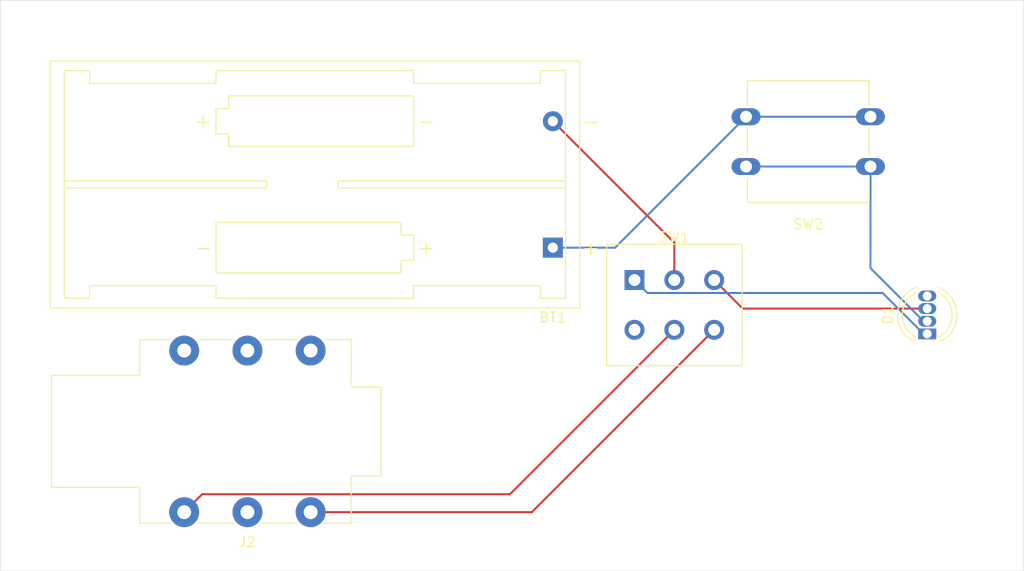
<source format=kicad_pcb>
(kicad_pcb (version 20241229) (generator "pcbnew") (generator_version "9.0")
  (layers (0 "F.Cu" signal) (2 "B.Cu" signal) (13 "F.Paste" user) (15 "B.Paste" user) (5 "F.SilkS" user "F.Silkscreen") (7 "B.SilkS" user "B.Silkscreen") (1 "F.Mask" user) (3 "B.Mask" user) (25 "Edge.Cuts" user))
  (net 0 "")
  (net 1 "Net-(BT1--)")
  (net 2 "Net-(BT1-+)")
  (net 3 "Net-(D1-R)")
  (net 4 "Net-(D1-A)")
  (net 6 "Net-(D1-G)")
  (net 7 "Net-(J2-PadS)")
  (net 8 "Net-(J2-PadT)")
  (footprint "LED_THT:LED_D5.0mm-4_RGB" (layer "F.Cu") (at 156.6 112.81 90)
    (property "Reference" "D1" (at 1.905 -3.96 90) (layer "F.SilkS"))
    (property "Value" "APFA3010")
    (fp_line (start -0.655 -1.545) (end -0.655 -1.08) (stroke (width 0.12)) (layer "F.SilkS"))
    (fp_line (start -0.655 1.08) (end -0.655 1.545) (stroke (width 0.12)) (layer "F.SilkS"))
    (fp_arc (start -0.655 -1.54483) (mid 2.163898 -2.97877) (end 4.693136 -1.08) (stroke (width 0.12)) (layer "F.SilkS"))
    (fp_arc (start -0.349684 -1.08) (mid 1.905 -2.5) (end 4.159684 -1.08) (stroke (width 0.12)) (layer "F.SilkS"))
    (fp_arc (start 4.693136 1.08) (mid 2.163898 2.97877) (end -0.655 1.54483) (stroke (width 0.12)) (layer "F.SilkS"))
    (fp_arc (start 4.159684 1.08) (mid 1.905 2.5) (end -0.349684 1.08) (stroke (width 0.12)) (layer "F.SilkS"))
    (pad "1" thru_hole rect (at 0 0 90) (size 1.07 1.8) (drill 0.9) (layers "*.Cu" "*.Mask") (net 3 "Net-(D1-R)"))
    (pad "2" thru_hole oval (at 1.27 0 90) (size 1.07 1.8) (drill 0.9) (layers "*.Cu" "*.Mask") (net 4 "Net-(D1-A)"))
    (pad "3" thru_hole oval (at 2.54 0 90) (size 1.07 1.8) (drill 0.9) (layers "*.Cu" "*.Mask") (net 6 "Net-(D1-G)"))
    (pad "4" thru_hole oval (at 3.81 0 90) (size 1.07 1.8) (drill 0.9) (layers "*.Cu" "*.Mask"))
  )
  (footprint "Button_Switch_THT:SW_PUSH_E-Switch_FS5700DP_DPDT" (layer "F.Cu") (at 127.2 107.4)
    (property "Reference" "SW1" (at 4 -4.3 0) (layer "F.SilkS"))
    (property "Value" "SW_Push_DPDT")
    (fp_line (start -2.8 -3.6) (end -2.8 8.6) (stroke (width 0.12)) (layer "F.SilkS"))
    (fp_line (start -2.8 -3.6) (end 10.8 -3.6) (stroke (width 0.12)) (layer "F.SilkS"))
    (fp_line (start 10.8 8.6) (end -2.8 8.6) (stroke (width 0.12)) (layer "F.SilkS"))
    (fp_line (start 10.8 8.6) (end 10.8 -3.6) (stroke (width 0.12)) (layer "F.SilkS"))
    (pad "1" thru_hole rect (at 0 0) (size 2 2) (drill 1.2) (layers "*.Cu" "*.Mask") (net 3 "Net-(D1-R)"))
    (pad "2" thru_hole circle (at 4 0) (size 2 2) (drill 1.2) (layers "*.Cu" "*.Mask") (net 1 "Net-(BT1--)"))
    (pad "3" thru_hole circle (at 8 0) (size 2 2) (drill 1.2) (layers "*.Cu" "*.Mask") (net 6 "Net-(D1-G)"))
    (pad "4" thru_hole circle (at 0 5) (size 2 2) (drill 1.2) (layers "*.Cu" "*.Mask"))
    (pad "5" thru_hole circle (at 4 5) (size 2 2) (drill 1.2) (layers "*.Cu" "*.Mask") (net 7 "Net-(J2-PadS)"))
    (pad "6" thru_hole circle (at 8 5) (size 2 2) (drill 1.2) (layers "*.Cu" "*.Mask") (net 8 "Net-(J2-PadT)"))
  )
  (footprint "Button_Switch_THT:SW_SPST_Omron_B3F-50xx" (layer "F.Cu") (at 150.9 96 180)
    (property "Reference" "SW2" (at 6.25 -5.8 0) (layer "F.SilkS"))
    (property "Value" "SW_DIP_x01")
    (fp_line (start 12.36 8.61) (end 0.14 8.61) (stroke (width 0.12)) (layer "F.SilkS"))
    (fp_line (start 12.36 6.1) (end 12.36 8.61) (stroke (width 0.12)) (layer "F.SilkS"))
    (fp_line (start 12.36 1.2) (end 12.36 3.8) (stroke (width 0.12)) (layer "F.SilkS"))
    (fp_line (start 12.36 -3.61) (end 12.36 -1.1) (stroke (width 0.12)) (layer "F.SilkS"))
    (fp_line (start 0.14 6.1) (end 0.14 8.61) (stroke (width 0.12)) (layer "F.SilkS"))
    (fp_line (start 0.14 1.2) (end 0.14 3.8) (stroke (width 0.12)) (layer "F.SilkS"))
    (fp_line (start 0.14 -3.61) (end 12.36 -3.61) (stroke (width 0.12)) (layer "F.SilkS"))
    (fp_line (start 0.14 -3.61) (end 0.14 -1.1) (stroke (width 0.12)) (layer "F.SilkS"))
    (pad "" np_thru_hole circle (at 6.25 -2 180) (size 1.8 1.8) (drill 1.8) (layers "*.Cu" "*.Mask"))
    (pad "" np_thru_hole circle (at 6.25 7 180) (size 1.8 1.8) (drill 1.8) (layers "*.Cu" "*.Mask"))
    (pad "1" thru_hole oval (at 0 0 180) (size 2.9 1.7) (drill 1.2) (layers "*.Cu" "*.Mask") (net 4 "Net-(D1-A)"))
    (pad "1" thru_hole oval (at 12.5 0 180) (size 2.9 1.7) (drill 1.2) (layers "*.Cu" "*.Mask") (net 4 "Net-(D1-A)"))
    (pad "2" thru_hole oval (at 0 5 180) (size 2.9 1.7) (drill 1.2) (layers "*.Cu" "*.Mask") (net 2 "Net-(BT1-+)"))
    (pad "2" thru_hole oval (at 12.5 5 180) (size 2.9 1.7) (drill 1.2) (layers "*.Cu" "*.Mask") (net 2 "Net-(BT1-+)"))
  )
  (footprint "Battery:BatteryHolder_Keystone_2468_2xAAA" (layer "F.Cu") (at 119 104.15 180)
    (property "Reference" "BT1" (at 0 -7 0) (layer "F.SilkS"))
    (property "Value" "Battery_Cell")
    (fp_line (start 50.5 18.75) (end 50.5 -6.05) (stroke (width 0.12)) (layer "F.SilkS"))
    (fp_line (start 50.5 -6.055) (end -2.7 -6.055) (stroke (width 0.12)) (layer "F.SilkS"))
    (fp_line (start 49.07 17.78) (end 46.53 17.78) (stroke (width 0.12)) (layer "F.SilkS"))
    (fp_line (start 49.07 6) (end 28.75 6) (stroke (width 0.12)) (layer "F.SilkS"))
    (fp_line (start 49.07 -5.08) (end 49.07 17.78) (stroke (width 0.12)) (layer "F.SilkS"))
    (fp_line (start 49.07 -5.08) (end 46.53 -5.08) (stroke (width 0.12)) (layer "F.SilkS"))
    (fp_line (start 46.53 17.78) (end 46.53 16.51) (stroke (width 0.12)) (layer "F.SilkS"))
    (fp_line (start 46.53 16.51) (end 33.83 16.51) (stroke (width 0.12)) (layer "F.SilkS"))
    (fp_line (start 46.53 -3.81) (end 33.83 -3.81) (stroke (width 0.12)) (layer "F.SilkS"))
    (fp_line (start 46.53 -5.08) (end 46.53 -3.81) (stroke (width 0.12)) (layer "F.SilkS"))
    (fp_line (start 33.83 17.78) (end 33.83 16.51) (stroke (width 0.12)) (layer "F.SilkS"))
    (fp_line (start 33.83 13.97) (end 32.56 13.97) (stroke (width 0.12)) (layer "F.SilkS"))
    (fp_line (start 33.83 11.43) (end 33.83 13.97) (stroke (width 0.12)) (layer "F.SilkS"))
    (fp_line (start 33.83 2.54) (end 15.24 2.54) (stroke (width 0.12)) (layer "F.SilkS"))
    (fp_line (start 33.83 -2.54) (end 33.83 2.54) (stroke (width 0.12)) (layer "F.SilkS"))
    (fp_line (start 33.83 -3.81) (end 33.83 -5.08) (stroke (width 0.12)) (layer "F.SilkS"))
    (fp_line (start 33.83 -5.08) (end 13.97 -5.08) (stroke (width 0.12)) (layer "F.SilkS"))
    (fp_line (start 32.56 15.24) (end 13.97 15.24) (stroke (width 0.12)) (layer "F.SilkS"))
    (fp_line (start 32.56 13.97) (end 32.56 15.24) (stroke (width 0.12)) (layer "F.SilkS"))
    (fp_line (start 32.56 11.43) (end 33.83 11.43) (stroke (width 0.12)) (layer "F.SilkS"))
    (fp_line (start 32.56 10.16) (end 32.56 11.43) (stroke (width 0.12)) (layer "F.SilkS"))
    (fp_line (start 28.75 6.7) (end 49.07 6.7) (stroke (width 0.12)) (layer "F.SilkS"))
    (fp_line (start 28.75 6) (end 28.75 6.7) (stroke (width 0.12)) (layer "F.SilkS"))
    (fp_line (start 21.59 6.7) (end -1.27 6.7) (stroke (width 0.12)) (layer "F.SilkS"))
    (fp_line (start 21.59 6) (end 21.59 6.7) (stroke (width 0.12)) (layer "F.SilkS"))
    (fp_line (start 15.24 2.54) (end 15.24 1.27) (stroke (width 0.12)) (layer "F.SilkS"))
    (fp_line (start 15.24 1.27) (end 13.97 1.27) (stroke (width 0.12)) (layer "F.SilkS"))
    (fp_line (start 15.24 -1.27) (end 15.24 -2.54) (stroke (width 0.12)) (layer "F.SilkS"))
    (fp_line (start 15.24 -2.54) (end 33.83 -2.54) (stroke (width 0.12)) (layer "F.SilkS"))
    (fp_line (start 13.97 17.78) (end 33.83 17.78) (stroke (width 0.12)) (layer "F.SilkS"))
    (fp_line (start 13.97 16.51) (end 13.97 17.78) (stroke (width 0.12)) (layer "F.SilkS"))
    (fp_line (start 13.97 15.24) (end 13.97 10.16) (stroke (width 0.12)) (layer "F.SilkS"))
    (fp_line (start 13.97 10.16) (end 32.56 10.16) (stroke (width 0.12)) (layer "F.SilkS"))
    (fp_line (start 13.97 1.27) (end 13.97 -1.27) (stroke (width 0.12)) (layer "F.SilkS"))
    (fp_line (start 13.97 -1.27) (end 15.24 -1.27) (stroke (width 0.12)) (layer "F.SilkS"))
    (fp_line (start 13.97 -5.08) (end 13.97 -3.81) (stroke (width 0.12)) (layer "F.SilkS"))
    (fp_line (start 1.27 17.78) (end 1.27 16.51) (stroke (width 0.12)) (layer "F.SilkS"))
    (fp_line (start 1.27 16.51) (end 13.97 16.51) (stroke (width 0.12)) (layer "F.SilkS"))
    (fp_line (start 1.27 -3.81) (end 13.97 -3.81) (stroke (width 0.12)) (layer "F.SilkS"))
    (fp_line (start 1.27 -3.81) (end 1.27 -5.08) (stroke (width 0.12)) (layer "F.SilkS"))
    (fp_line (start 1.27 -5.08) (end -1.27 -5.08) (stroke (width 0.12)) (layer "F.SilkS"))
    (fp_line (start -1.27 17.78) (end 1.27 17.78) (stroke (width 0.12)) (layer "F.SilkS"))
    (fp_line (start -1.27 6) (end 21.59 6) (stroke (width 0.12)) (layer "F.SilkS"))
    (fp_line (start -1.27 -5.08) (end -1.27 17.78) (stroke (width 0.12)) (layer "F.SilkS"))
    (fp_line (start -2.7 18.755) (end 50.5 18.755) (stroke (width 0.12)) (layer "F.SilkS"))
    (fp_line (start -2.7 -6.05) (end -2.7 18.75) (stroke (width 0.12)) (layer "F.SilkS"))
    (fp_text user "+" (at 35.1 12.7 0) (layer "F.SilkS") (effects (font (size 1.5 1.5))))
    (fp_text user "+" (at 12.7 0 0) (layer "F.SilkS") (effects (font (size 1.5 1.5))))
    (fp_text user "-" (at 35.1 0 0) (layer "F.SilkS") (effects (font (size 1.5 1.5))))
    (fp_text user "-" (at 12.7 12.7 0) (layer "F.SilkS") (effects (font (size 1.5 1.5))))
    (fp_text user "-" (at -3.81 12.7 0) (layer "F.SilkS") (effects (font (size 1.5 1.5))))
    (fp_text user "+" (at -3.81 0 0) (layer "F.SilkS") (effects (font (size 1.5 1.5))))
    (pad "" np_thru_hole circle (at 8.64 4 180) (size 3.45 3.45) (drill 3.45) (layers "*.Cu"))
    (pad "" np_thru_hole circle (at 38.61 8.7 180) (size 3.45 3.45) (drill 3.45) (layers "*.Cu" "*.Mask"))
    (pad "1" thru_hole rect (at 0 0 180) (size 2 2) (drill 1.02) (layers "*.Cu" "*.Mask") (net 2 "Net-(BT1-+)"))
    (pad "2" thru_hole circle (at 0 12.7 180) (size 2 2) (drill 1.02) (layers "*.Cu" "*.Mask") (net 1 "Net-(BT1--)"))
  )
  (footprint "Connector_Audio:Jack_6.35mm_Neutrik_NMJ6HFD2-AU_Horizontal" (layer "F.Cu") (at 94.675 130.715 180)
    (property "Reference" "J2" (at 6.35 -3 0) (layer "F.SilkS"))
    (property "Value" "AudioJack2")
    (fp_line (start 26.02 13.735) (end 26.02 2.495) (stroke (width 0.12)) (layer "F.SilkS"))
    (fp_line (start 17.17 17.335) (end 17.17 13.735) (stroke (width 0.12)) (layer "F.SilkS"))
    (fp_line (start 17.17 17.335) (end 14.05 17.335) (stroke (width 0.12)) (layer "F.SilkS"))
    (fp_line (start 17.17 13.735) (end 26.02 13.735) (stroke (width 0.12)) (layer "F.SilkS"))
    (fp_line (start 17.17 2.495) (end 26.02 2.495) (stroke (width 0.12)) (layer "F.SilkS"))
    (fp_line (start 17.17 2.495) (end 17.17 -1.105) (stroke (width 0.12)) (layer "F.SilkS"))
    (fp_line (start 17.17 -1.105) (end 14.05 -1.105) (stroke (width 0.12)) (layer "F.SilkS"))
    (fp_line (start 11.3 17.335) (end 7.7 17.335) (stroke (width 0.12)) (layer "F.SilkS"))
    (fp_line (start 7.7 -1.105) (end 11.3 -1.105) (stroke (width 0.12)) (layer "F.SilkS"))
    (fp_line (start 5 17.335) (end 1.4 17.335) (stroke (width 0.12)) (layer "F.SilkS"))
    (fp_line (start 1.4 -1.105) (end 5 -1.105) (stroke (width 0.12)) (layer "F.SilkS"))
    (fp_line (start -1.35 17.335) (end -4.07 17.335) (stroke (width 0.12)) (layer "F.SilkS"))
    (fp_line (start -4.07 17.335) (end -4.07 12.585) (stroke (width 0.12)) (layer "F.SilkS"))
    (fp_line (start -4.07 3.645) (end -4.07 -1.105) (stroke (width 0.12)) (layer "F.SilkS"))
    (fp_line (start -4.07 -1.105) (end -1.35 -1.105) (stroke (width 0.12)) (layer "F.SilkS"))
    (fp_line (start -7.07 12.585) (end -4.07 12.585) (stroke (width 0.12)) (layer "F.SilkS"))
    (fp_line (start -7.07 12.545) (end -7.07 3.645) (stroke (width 0.12)) (layer "F.SilkS"))
    (fp_line (start -7.07 3.645) (end -4.07 3.645) (stroke (width 0.12)) (layer "F.SilkS"))
    (pad "R" thru_hole circle (at 6.35 0 180) (size 3 3) (drill 1.4) (layers "*.Cu" "*.Mask"))
    (pad "RN" thru_hole circle (at 6.35 16.23 180) (size 3 3) (drill 1.4) (layers "*.Cu" "*.Mask"))
    (pad "S" thru_hole circle (at 12.7 0 180) (size 3 3) (drill 1.4) (layers "*.Cu" "*.Mask") (net 7 "Net-(J2-PadS)"))
    (pad "SN" thru_hole circle (at 12.7 16.23 180) (size 3 3) (drill 1.4) (layers "*.Cu" "*.Mask"))
    (pad "T" thru_hole circle (at 0 0 180) (size 3 3) (drill 1.4) (layers "*.Cu" "*.Mask") (net 8 "Net-(J2-PadT)"))
    (pad "TN" thru_hole circle (at 0 16.23 180) (size 3 3) (drill 1.4) (layers "*.Cu" "*.Mask"))
  )
  (gr_rect (start 63.5 79.3) (end 166.3 136.6) (stroke (width 0.05)) (fill no) (layer "Edge.Cuts"))
  (segment (start 119 91.45) (end 131.2 103.65) (width 0.2) (layer "F.Cu") (net 1))
  (segment (start 131.2 103.65) (end 131.2 107.4) (width 0.2) (layer "F.Cu") (net 1))
  (segment (start 119 104.15) (end 125.25 104.15) (width 0.2) (layer "B.Cu") (net 2))
  (segment (start 150.9 91) (end 138.4 91) (width 0.2) (layer "B.Cu") (net 2))
  (segment (start 125.25 104.15) (end 138.4 91) (width 0.2) (layer "B.Cu") (net 2))
  (segment (start 152.126 108.701) (end 128.501 108.701) (width 0.2) (layer "B.Cu") (net 3))
  (segment (start 128.501 108.701) (end 127.2 107.4) (width 0.2) (layer "B.Cu") (net 3))
  (segment (start 156.6 112.81) (end 156.235 112.81) (width 0.2) (layer "B.Cu") (net 3))
  (segment (start 156.235 112.81) (end 152.126 108.701) (width 0.2) (layer "B.Cu") (net 3))
  (segment (start 150.9 96) (end 150.9 106.205) (width 0.2) (layer "B.Cu") (net 4))
  (segment (start 156.235 111.54) (end 156.6 111.54) (width 0.2) (layer "B.Cu") (net 4))
  (segment (start 150.9 106.205) (end 156.235 111.54) (width 0.2) (layer "B.Cu") (net 4))
  (segment (start 138.4 96) (end 150.9 96) (width 0.2) (layer "B.Cu") (net 4))
  (segment (start 138.07 110.27) (end 156.6 110.27) (width 0.2) (layer "F.Cu") (net 6))
  (segment (start 135.2 107.4) (end 138.07 110.27) (width 0.2) (layer "F.Cu") (net 6))
  (segment (start 114.686 128.914) (end 131.2 112.4) (width 0.2) (layer "F.Cu") (net 7))
  (segment (start 83.776 128.914) (end 114.686 128.914) (width 0.2) (layer "F.Cu") (net 7))
  (segment (start 81.975 130.715) (end 83.776 128.914) (width 0.2) (layer "F.Cu") (net 7))
  (segment (start 116.885 130.715) (end 94.675 130.715) (width 0.2) (layer "F.Cu") (net 8))
  (segment (start 135.2 112.4) (end 116.885 130.715) (width 0.2) (layer "F.Cu") (net 8))
)
</source>
